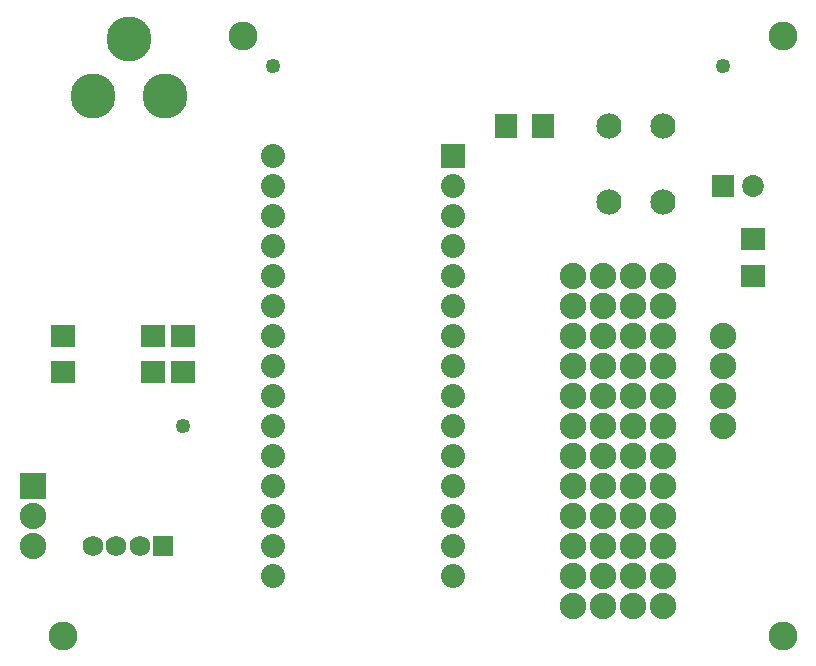
<source format=gbs>
G04 MADE WITH FRITZING*
G04 WWW.FRITZING.ORG*
G04 DOUBLE SIDED*
G04 HOLES PLATED*
G04 CONTOUR ON CENTER OF CONTOUR VECTOR*
%ASAXBY*%
%FSLAX23Y23*%
%MOIN*%
%OFA0B0*%
%SFA1.0B1.0*%
%ADD10C,0.069200*%
%ADD11C,0.080000*%
%ADD12C,0.084000*%
%ADD13C,0.088000*%
%ADD14C,0.150000*%
%ADD15C,0.049370*%
%ADD16C,0.072992*%
%ADD17C,0.096614*%
%ADD18R,0.069200X0.069200*%
%ADD19R,0.079972X0.080000*%
%ADD20R,0.088000X0.088000*%
%ADD21R,0.084803X0.072992*%
%ADD22R,0.072992X0.084803*%
%ADD23R,0.072992X0.072992*%
%LNMASK0*%
G90*
G70*
G54D10*
X535Y396D03*
X299Y396D03*
X377Y396D03*
X456Y396D03*
G54D11*
X1499Y1696D03*
X1499Y1596D03*
X1499Y1496D03*
X1499Y1396D03*
X1499Y1296D03*
X1499Y1196D03*
X1499Y1096D03*
X1499Y996D03*
X1499Y896D03*
X1499Y796D03*
X1499Y696D03*
X1499Y596D03*
X1499Y496D03*
X1499Y396D03*
X1499Y296D03*
X899Y1696D03*
X899Y1596D03*
X899Y1496D03*
X899Y1396D03*
X899Y1296D03*
X899Y1196D03*
X899Y1096D03*
X899Y996D03*
X899Y896D03*
X899Y796D03*
X899Y696D03*
X899Y596D03*
X899Y496D03*
X899Y396D03*
X899Y296D03*
X1499Y1696D03*
X1499Y1596D03*
X1499Y1496D03*
X1499Y1396D03*
X1499Y1296D03*
X1499Y1196D03*
X1499Y1096D03*
X1499Y996D03*
X1499Y896D03*
X1499Y796D03*
X1499Y696D03*
X1499Y596D03*
X1499Y496D03*
X1499Y396D03*
X1499Y296D03*
X899Y1696D03*
X899Y1596D03*
X899Y1496D03*
X899Y1396D03*
X899Y1296D03*
X899Y1196D03*
X899Y1096D03*
X899Y996D03*
X899Y896D03*
X899Y796D03*
X899Y696D03*
X899Y596D03*
X899Y496D03*
X899Y396D03*
X899Y296D03*
G54D12*
X2199Y1796D03*
X2199Y1540D03*
X2021Y1796D03*
X2021Y1540D03*
G54D13*
X99Y596D03*
X99Y496D03*
X99Y396D03*
X2199Y396D03*
X2099Y396D03*
X1999Y396D03*
X1899Y396D03*
X2199Y796D03*
X2099Y796D03*
X1999Y796D03*
X1899Y796D03*
X2199Y1196D03*
X2099Y1196D03*
X1999Y1196D03*
X1899Y1196D03*
X2199Y496D03*
X2099Y496D03*
X1999Y496D03*
X1899Y496D03*
X2199Y896D03*
X2099Y896D03*
X1999Y896D03*
X1899Y896D03*
X2199Y1296D03*
X2099Y1296D03*
X1999Y1296D03*
X1899Y1296D03*
X2199Y196D03*
X2099Y196D03*
X1999Y196D03*
X1899Y196D03*
X2199Y296D03*
X2099Y296D03*
X1999Y296D03*
X1899Y296D03*
X2399Y1096D03*
X2399Y996D03*
X2399Y896D03*
X2399Y796D03*
X2199Y596D03*
X2099Y596D03*
X1999Y596D03*
X1899Y596D03*
X2199Y696D03*
X2099Y696D03*
X1999Y696D03*
X1899Y696D03*
X2199Y996D03*
X2099Y996D03*
X1999Y996D03*
X1899Y996D03*
X2199Y1096D03*
X2099Y1096D03*
X1999Y1096D03*
X1899Y1096D03*
G54D14*
X539Y1896D03*
X299Y1896D03*
X419Y2086D03*
X539Y1896D03*
X299Y1896D03*
X419Y2086D03*
G54D15*
X599Y796D03*
X899Y1996D03*
G54D16*
X2400Y1596D03*
X2499Y1596D03*
G54D15*
X2399Y1996D03*
G54D17*
X2599Y2096D03*
X2599Y96D03*
X199Y96D03*
X799Y2096D03*
G54D18*
X535Y396D03*
G54D19*
X1499Y1696D03*
X1499Y1696D03*
G54D20*
X99Y596D03*
G54D21*
X499Y1096D03*
X499Y974D03*
G54D22*
X1799Y1796D03*
X1677Y1796D03*
G54D21*
X199Y1096D03*
X199Y974D03*
X599Y1096D03*
X599Y974D03*
X2499Y1296D03*
X2499Y1418D03*
G54D23*
X2400Y1596D03*
G04 End of Mask0*
M02*
</source>
